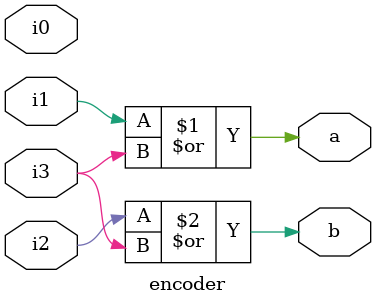
<source format=v>
module encoder( input i0,i1,i2,i3,output a,b);
	assign a =i1|i3;
	assign b= i2|i3;

endmodule 

</source>
